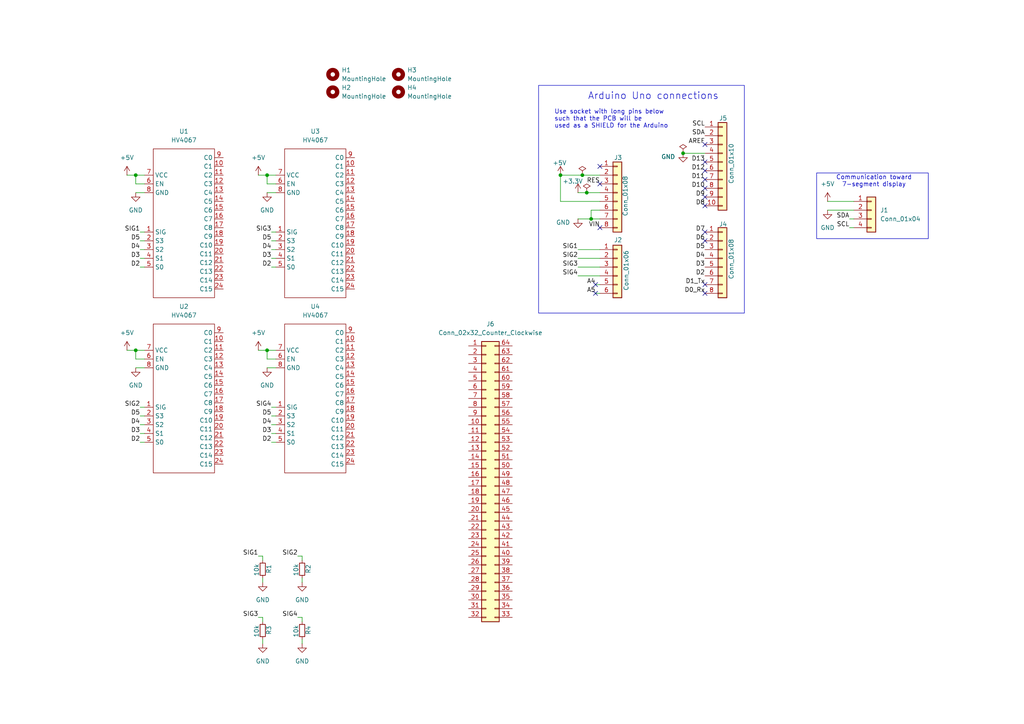
<source format=kicad_sch>
(kicad_sch (version 20231120) (generator "eeschema") (generator_version "8.0")
  (paper "A4")
  (lib_symbols
    (symbol "Chessboard_components:16-Channel_Multiplexer"
      (property "Reference" "U" (at 0 0.508 0))
      (property "Value" "HV4067" (at 0 -1.524 0))
      (symbol "16-Channel_Multiplexer_0_1"
        (rectangle (start -8.89 -2.54) (end 8.89 -45.72))
      )
      (symbol "16-Channel_Multiplexer_1_1"
        (pin input line (at -11.43 -26.67 0) (length 2.54) (name "SIG") (number "1"))
        (pin output line (at 11.43 -7.62 180) (length 2.54) (name "C1") (number "10"))
        (pin output line (at 11.43 -10.16 180) (length 2.54) (name "C2") (number "11"))
        (pin output line (at 11.43 -12.7 180) (length 2.54) (name "C3") (number "12"))
        (pin output line (at 11.43 -15.24 180) (length 2.54) (name "C4") (number "13"))
        (pin output line (at 11.43 -17.78 180) (length 2.54) (name "C5") (number "14"))
        (pin output line (at 11.43 -20.32 180) (length 2.54) (name "C6") (number "15"))
        (pin output line (at 11.43 -22.86 180) (length 2.54) (name "C7") (number "16"))
        (pin output line (at 11.43 -25.4 180) (length 2.54) (name "C8") (number "17"))
        (pin output line (at 11.43 -27.94 180) (length 2.54) (name "C9") (number "18"))
        (pin output line (at 11.43 -30.48 180) (length 2.54) (name "C10") (number "19"))
        (pin input line (at -11.43 -29.21 0) (length 2.54) (name "S3") (number "2"))
        (pin output line (at 11.43 -33.02 180) (length 2.54) (name "C11") (number "20"))
        (pin output line (at 11.43 -35.56 180) (length 2.54) (name "C12") (number "21"))
        (pin output line (at 11.43 -38.1 180) (length 2.54) (name "C13") (number "22"))
        (pin output line (at 11.43 -40.64 180) (length 2.54) (name "C14") (number "23"))
        (pin output line (at 11.43 -43.18 180) (length 2.54) (name "C15") (number "24"))
        (pin input line (at -11.43 -31.75 0) (length 2.54) (name "S2") (number "3"))
        (pin input line (at -11.43 -34.29 0) (length 2.54) (name "S1") (number "4"))
        (pin input line (at -11.43 -36.83 0) (length 2.54) (name "S0") (number "5"))
        (pin input line (at -11.43 -12.7 0) (length 2.54) (name "EN") (number "6"))
        (pin power_in line (at -11.43 -10.16 0) (length 2.54) (name "VCC") (number "7"))
        (pin power_in line (at -11.43 -15.24 0) (length 2.54) (name "GND") (number "8"))
        (pin output line (at 11.43 -5.08 180) (length 2.54) (name "C0") (number "9"))
      )
    )
    (symbol "Connector_Generic:Conn_01x04" (pin_names (offset 1.016) hide)
      (property "Reference" "J" (at 0 5.08 0))
      (property "Value" "Conn_01x04" (at 0 -7.62 0))
      (symbol "Conn_01x04_1_1"
        (rectangle (start -1.27 -4.953) (end 0 -5.207) (stroke (width 0.1524)))
        (rectangle (start -1.27 -2.413) (end 0 -2.667) (stroke (width 0.1524)))
        (rectangle (start -1.27 0.127) (end 0 -0.127) (stroke (width 0.1524)))
        (rectangle (start -1.27 2.667) (end 0 2.413) (stroke (width 0.1524)))
        (rectangle (start -1.27 3.81) (end 1.27 -6.35) (stroke (width 0.254)) (fill (type background)))
        (pin passive line (at -5.08 2.54 0) (length 3.81) (name "Pin_1") (number "1"))
        (pin passive line (at -5.08 0 0) (length 3.81) (name "Pin_2") (number "2"))
        (pin passive line (at -5.08 -2.54 0) (length 3.81) (name "Pin_3") (number "3"))
        (pin passive line (at -5.08 -5.08 0) (length 3.81) (name "Pin_4") (number "4"))
      )
    )
    (symbol "Connector_Generic:Conn_01x06" (pin_names (offset 1.016) hide)
      (property "Reference" "J" (at 0 7.62 0))
      (property "Value" "Conn_01x06" (at 0 -10.16 0))
      (symbol "Conn_01x06_1_1"
        (rectangle (start -1.27 -7.493) (end 0 -7.747) (stroke (width 0.1524)))
        (rectangle (start -1.27 -4.953) (end 0 -5.207) (stroke (width 0.1524)))
        (rectangle (start -1.27 -2.413) (end 0 -2.667) (stroke (width 0.1524)))
        (rectangle (start -1.27 0.127) (end 0 -0.127) (stroke (width 0.1524)))
        (rectangle (start -1.27 2.667) (end 0 2.413) (stroke (width 0.1524)))
        (rectangle (start -1.27 5.207) (end 0 4.953) (stroke (width 0.1524)))
        (rectangle (start -1.27 6.35) (end 1.27 -8.89) (stroke (width 0.254)) (fill (type background)))
        (pin passive line (at -5.08 5.08 0) (length 3.81) (name "Pin_1") (number "1"))
        (pin passive line (at -5.08 2.54 0) (length 3.81) (name "Pin_2") (number "2"))
        (pin passive line (at -5.08 0 0) (length 3.81) (name "Pin_3") (number "3"))
        (pin passive line (at -5.08 -2.54 0) (length 3.81) (name "Pin_4") (number "4"))
        (pin passive line (at -5.08 -5.08 0) (length 3.81) (name "Pin_5") (number "5"))
        (pin passive line (at -5.08 -7.62 0) (length 3.81) (name "Pin_6") (number "6"))
      )
    )
    (symbol "Connector_Generic:Conn_01x08" (pin_names (offset 1.016) hide)
      (property "Reference" "J" (at 0 10.16 0))
      (property "Value" "Conn_01x08" (at 0 -12.7 0))
      (symbol "Conn_01x08_1_1"
        (rectangle (start -1.27 -10.033) (end 0 -10.287) (stroke (width 0.1524)))
        (rectangle (start -1.27 -7.493) (end 0 -7.747) (stroke (width 0.1524)))
        (rectangle (start -1.27 -4.953) (end 0 -5.207) (stroke (width 0.1524)))
        (rectangle (start -1.27 -2.413) (end 0 -2.667) (stroke (width 0.1524)))
        (rectangle (start -1.27 0.127) (end 0 -0.127) (stroke (width 0.1524)))
        (rectangle (start -1.27 2.667) (end 0 2.413) (stroke (width 0.1524)))
        (rectangle (start -1.27 5.207) (end 0 4.953) (stroke (width 0.1524)))
        (rectangle (start -1.27 7.747) (end 0 7.493) (stroke (width 0.1524)))
        (rectangle (start -1.27 8.89) (end 1.27 -11.43) (stroke (width 0.254)) (fill (type background)))
        (pin passive line (at -5.08 7.62 0) (length 3.81) (name "Pin_1") (number "1"))
        (pin passive line (at -5.08 5.08 0) (length 3.81) (name "Pin_2") (number "2"))
        (pin passive line (at -5.08 2.54 0) (length 3.81) (name "Pin_3") (number "3"))
        (pin passive line (at -5.08 0 0) (length 3.81) (name "Pin_4") (number "4"))
        (pin passive line (at -5.08 -2.54 0) (length 3.81) (name "Pin_5") (number "5"))
        (pin passive line (at -5.08 -5.08 0) (length 3.81) (name "Pin_6") (number "6"))
        (pin passive line (at -5.08 -7.62 0) (length 3.81) (name "Pin_7") (number "7"))
        (pin passive line (at -5.08 -10.16 0) (length 3.81) (name "Pin_8") (number "8"))
      )
    )
    (symbol "Connector_Generic:Conn_01x10" (pin_names (offset 1.016) hide)
      (property "Reference" "J" (at 0 12.7 0))
      (property "Value" "Conn_01x10" (at 0 -15.24 0))
      (symbol "Conn_01x10_1_1"
        (rectangle (start -1.27 -12.573) (end 0 -12.827) (stroke (width 0.1524)))
        (rectangle (start -1.27 -10.033) (end 0 -10.287) (stroke (width 0.1524)))
        (rectangle (start -1.27 -7.493) (end 0 -7.747) (stroke (width 0.1524)))
        (rectangle (start -1.27 -4.953) (end 0 -5.207) (stroke (width 0.1524)))
        (rectangle (start -1.27 -2.413) (end 0 -2.667) (stroke (width 0.1524)))
        (rectangle (start -1.27 0.127) (end 0 -0.127) (stroke (width 0.1524)))
        (rectangle (start -1.27 2.667) (end 0 2.413) (stroke (width 0.1524)))
        (rectangle (start -1.27 5.207) (end 0 4.953) (stroke (width 0.1524)))
        (rectangle (start -1.27 7.747) (end 0 7.493) (stroke (width 0.1524)))
        (rectangle (start -1.27 10.287) (end 0 10.033) (stroke (width 0.1524)))
        (rectangle (start -1.27 11.43) (end 1.27 -13.97) (stroke (width 0.254)) (fill (type background)))
        (pin passive line (at -5.08 10.16 0) (length 3.81) (name "Pin_1") (number "1"))
        (pin passive line (at -5.08 -12.7 0) (length 3.81) (name "Pin_10") (number "10"))
        (pin passive line (at -5.08 7.62 0) (length 3.81) (name "Pin_2") (number "2"))
        (pin passive line (at -5.08 5.08 0) (length 3.81) (name "Pin_3") (number "3"))
        (pin passive line (at -5.08 2.54 0) (length 3.81) (name "Pin_4") (number "4"))
        (pin passive line (at -5.08 0 0) (length 3.81) (name "Pin_5") (number "5"))
        (pin passive line (at -5.08 -2.54 0) (length 3.81) (name "Pin_6") (number "6"))
        (pin passive line (at -5.08 -5.08 0) (length 3.81) (name "Pin_7") (number "7"))
        (pin passive line (at -5.08 -7.62 0) (length 3.81) (name "Pin_8") (number "8"))
        (pin passive line (at -5.08 -10.16 0) (length 3.81) (name "Pin_9") (number "9"))
      )
    )
    (symbol "Connector_Generic:Conn_02x32_Counter_Clockwise" (pin_names (offset 1.016) hide)
      (property "Reference" "J" (at 1.27 40.64 0))
      (property "Value" "Conn_02x32_Counter_Clockwise" (at 1.27 -43.18 0))
      (symbol "Conn_02x32_Counter_Clockwise_1_1"
        (rectangle (start -1.27 -40.513) (end 0 -40.767) (stroke (width 0.1524)))
        (rectangle (start -1.27 -37.973) (end 0 -38.227) (stroke (width 0.1524)))
        (rectangle (start -1.27 -35.433) (end 0 -35.687) (stroke (width 0.1524)))
        (rectangle (start -1.27 -32.893) (end 0 -33.147) (stroke (width 0.1524)))
        (rectangle (start -1.27 -30.353) (end 0 -30.607) (stroke (width 0.1524)))
        (rectangle (start -1.27 -27.813) (end 0 -28.067) (stroke (width 0.1524)))
        (rectangle (start -1.27 -25.273) (end 0 -25.527) (stroke (width 0.1524)))
        (rectangle (start -1.27 -22.733) (end 0 -22.987) (stroke (width 0.1524)))
        (rectangle (start -1.27 -20.193) (end 0 -20.447) (stroke (width 0.1524)))
        (rectangle (start -1.27 -17.653) (end 0 -17.907) (stroke (width 0.1524)))
        (rectangle (start -1.27 -15.113) (end 0 -15.367) (stroke (width 0.1524)))
        (rectangle (start -1.27 -12.573) (end 0 -12.827) (stroke (width 0.1524)))
        (rectangle (start -1.27 -10.033) (end 0 -10.287) (stroke (width 0.1524)))
        (rectangle (start -1.27 -7.493) (end 0 -7.747) (stroke (width 0.1524)))
        (rectangle (start -1.27 -4.953) (end 0 -5.207) (stroke (width 0.1524)))
        (rectangle (start -1.27 -2.413) (end 0 -2.667) (stroke (width 0.1524)))
        (rectangle (start -1.27 0.127) (end 0 -0.127) (stroke (width 0.1524)))
        (rectangle (start -1.27 2.667) (end 0 2.413) (stroke (width 0.1524)))
        (rectangle (start -1.27 5.207) (end 0 4.953) (stroke (width 0.1524)))
        (rectangle (start -1.27 7.747) (end 0 7.493) (stroke (width 0.1524)))
        (rectangle (start -1.27 10.287) (end 0 10.033) (stroke (width 0.1524)))
        (rectangle (start -1.27 12.827) (end 0 12.573) (stroke (width 0.1524)))
        (rectangle (start -1.27 15.367) (end 0 15.113) (stroke (width 0.1524)))
        (rectangle (start -1.27 17.907) (end 0 17.653) (stroke (width 0.1524)))
        (rectangle (start -1.27 20.447) (end 0 20.193) (stroke (width 0.1524)))
        (rectangle (start -1.27 22.987) (end 0 22.733) (stroke (width 0.1524)))
        (rectangle (start -1.27 25.527) (end 0 25.273) (stroke (width 0.1524)))
        (rectangle (start -1.27 28.067) (end 0 27.813) (stroke (width 0.1524)))
        (rectangle (start -1.27 30.607) (end 0 30.353) (stroke (width 0.1524)))
        (rectangle (start -1.27 33.147) (end 0 32.893) (stroke (width 0.1524)))
        (rectangle (start -1.27 35.687) (end 0 35.433) (stroke (width 0.1524)))
        (rectangle (start -1.27 38.227) (end 0 37.973) (stroke (width 0.1524)))
        (rectangle (start -1.27 39.37) (end 3.81 -41.91) (stroke (width 0.254)) (fill (type background)))
        (rectangle (start 3.81 -40.513) (end 2.54 -40.767) (stroke (width 0.1524)))
        (rectangle (start 3.81 -37.973) (end 2.54 -38.227) (stroke (width 0.1524)))
        (rectangle (start 3.81 -35.433) (end 2.54 -35.687) (stroke (width 0.1524)))
        (rectangle (start 3.81 -32.893) (end 2.54 -33.147) (stroke (width 0.1524)))
        (rectangle (start 3.81 -30.353) (end 2.54 -30.607) (stroke (width 0.1524)))
        (rectangle (start 3.81 -27.813) (end 2.54 -28.067) (stroke (width 0.1524)))
        (rectangle (start 3.81 -25.273) (end 2.54 -25.527) (stroke (width 0.1524)))
        (rectangle (start 3.81 -22.733) (end 2.54 -22.987) (stroke (width 0.1524)))
        (rectangle (start 3.81 -20.193) (end 2.54 -20.447) (stroke (width 0.1524)))
        (rectangle (start 3.81 -17.653) (end 2.54 -17.907) (stroke (width 0.1524)))
        (rectangle (start 3.81 -15.113) (end 2.54 -15.367) (stroke (width 0.1524)))
        (rectangle (start 3.81 -12.573) (end 2.54 -12.827) (stroke (width 0.1524)))
        (rectangle (start 3.81 -10.033) (end 2.54 -10.287) (stroke (width 0.1524)))
        (rectangle (start 3.81 -7.493) (end 2.54 -7.747) (stroke (width 0.1524)))
        (rectangle (start 3.81 -4.953) (end 2.54 -5.207) (stroke (width 0.1524)))
        (rectangle (start 3.81 -2.413) (end 2.54 -2.667) (stroke (width 0.1524)))
        (rectangle (start 3.81 0.127) (end 2.54 -0.127) (stroke (width 0.1524)))
        (rectangle (start 3.81 2.667) (end 2.54 2.413) (stroke (width 0.1524)))
        (rectangle (start 3.81 5.207) (end 2.54 4.953) (stroke (width 0.1524)))
        (rectangle (start 3.81 7.747) (end 2.54 7.493) (stroke (width 0.1524)))
        (rectangle (start 3.81 10.287) (end 2.54 10.033) (stroke (width 0.1524)))
        (rectangle (start 3.81 12.827) (end 2.54 12.573) (stroke (width 0.1524)))
        (rectangle (start 3.81 15.367) (end 2.54 15.113) (stroke (width 0.1524)))
        (rectangle (start 3.81 17.907) (end 2.54 17.653) (stroke (width 0.1524)))
        (rectangle (start 3.81 20.447) (end 2.54 20.193) (stroke (width 0.1524)))
        (rectangle (start 3.81 22.987) (end 2.54 22.733) (stroke (width 0.1524)))
        (rectangle (start 3.81 25.527) (end 2.54 25.273) (stroke (width 0.1524)))
        (rectangle (start 3.81 28.067) (end 2.54 27.813) (stroke (width 0.1524)))
        (rectangle (start 3.81 30.607) (end 2.54 30.353) (stroke (width 0.1524)))
        (rectangle (start 3.81 33.147) (end 2.54 32.893) (stroke (width 0.1524)))
        (rectangle (start 3.81 35.687) (end 2.54 35.433) (stroke (width 0.1524)))
        (rectangle (start 3.81 38.227) (end 2.54 37.973) (stroke (width 0.1524)))
        (pin passive line (at -5.08 38.1 0) (length 3.81) (name "Pin_1") (number "1"))
        (pin passive line (at -5.08 15.24 0) (length 3.81) (name "Pin_10") (number "10"))
        (pin passive line (at -5.08 12.7 0) (length 3.81) (name "Pin_11") (number "11"))
        (pin passive line (at -5.08 10.16 0) (length 3.81) (name "Pin_12") (number "12"))
        (pin passive line (at -5.08 7.62 0) (length 3.81) (name "Pin_13") (number "13"))
        (pin passive line (at -5.08 5.08 0) (length 3.81) (name "Pin_14") (number "14"))
        (pin passive line (at -5.08 2.54 0) (length 3.81) (name "Pin_15") (number "15"))
        (pin passive line (at -5.08 0 0) (length 3.81) (name "Pin_16") (number "16"))
        (pin passive line (at -5.08 -2.54 0) (length 3.81) (name "Pin_17") (number "17"))
        (pin passive line (at -5.08 -5.08 0) (length 3.81) (name "Pin_18") (number "18"))
        (pin passive line (at -5.08 -7.62 0) (length 3.81) (name "Pin_19") (number "19"))
        (pin passive line (at -5.08 35.56 0) (length 3.81) (name "Pin_2") (number "2"))
        (pin passive line (at -5.08 -10.16 0) (length 3.81) (name "Pin_20") (number "20"))
        (pin passive line (at -5.08 -12.7 0) (length 3.81) (name "Pin_21") (number "21"))
        (pin passive line (at -5.08 -15.24 0) (length 3.81) (name "Pin_22") (number "22"))
        (pin passive line (at -5.08 -17.78 0) (length 3.81) (name "Pin_23") (number "23"))
        (pin passive line (at -5.08 -20.32 0) (length 3.81) (name "Pin_24") (number "24"))
        (pin passive line (at -5.08 -22.86 0) (length 3.81) (name "Pin_25") (number "25"))
        (pin passive line (at -5.08 -25.4 0) (length 3.81) (name "Pin_26") (number "26"))
        (pin passive line (at -5.08 -27.94 0) (length 3.81) (name "Pin_27") (number "27"))
        (pin passive line (at -5.08 -30.48 0) (length 3.81) (name "Pin_28") (number "28"))
        (pin passive line (at -5.08 -33.02 0) (length 3.81) (name "Pin_29") (number "29"))
        (pin passive line (at -5.08 33.02 0) (length 3.81) (name "Pin_3") (number "3"))
        (pin passive line (at -5.08 -35.56 0) (length 3.81) (name "Pin_30") (number "30"))
        (pin passive line (at -5.08 -38.1 0) (length 3.81) (name "Pin_31") (number "31"))
        (pin passive line (at -5.08 -40.64 0) (length 3.81) (name "Pin_32") (number "32"))
        (pin passive line (at 7.62 -40.64 180) (length 3.81) (name "Pin_33") (number "33"))
        (pin passive line (at 7.62 -38.1 180) (length 3.81) (name "Pin_34") (number "34"))
        (pin passive line (at 7.62 -35.56 180) (length 3.81) (name "Pin_35") (number "35"))
        (pin passive line (at 7.62 -33.02 180) (length 3.81) (name "Pin_36") (number "36"))
        (pin passive line (at 7.62 -30.48 180) (length 3.81) (name "Pin_37") (number "37"))
        (pin passive line (at 7.62 -27.94 180) (length 3.81) (name "Pin_38") (number "38"))
        (pin passive line (at 7.62 -25.4 180) (length 3.81) (name "Pin_39") (number "39"))
        (pin passive line (at -5.08 30.48 0) (length 3.81) (name "Pin_4") (number "4"))
        (pin passive line (at 7.62 -22.86 180) (length 3.81) (name "Pin_40") (number "40"))
        (pin passive line (at 7.62 -20.32 180) (length 3.81) (name "Pin_41") (number "41"))
        (pin passive line (at 7.62 -17.78 180) (length 3.81) (name "Pin_42") (number "42"))
        (pin passive line (at 7.62 -15.24 180) (length 3.81) (name "Pin_43") (number "43"))
        (pin passive line (at 7.62 -12.7 180) (length 3.81) (name "Pin_44") (number "44"))
        (pin passive line (at 7.62 -10.16 180) (length 3.81) (name "Pin_45") (number "45"))
        (pin passive line (at 7.62 -7.62 180) (length 3.81) (name "Pin_46") (number "46"))
        (pin passive line (at 7.62 -5.08 180) (length 3.81) (name "Pin_47") (number "47"))
        (pin passive line (at 7.62 -2.54 180) (length 3.81) (name "Pin_48") (number "48"))
        (pin passive line (at 7.62 0 180) (length 3.81) (name "Pin_49") (number "49"))
        (pin passive line (at -5.08 27.94 0) (length 3.81) (name "Pin_5") (number "5"))
        (pin passive line (at 7.62 2.54 180) (length 3.81) (name "Pin_50") (number "50"))
        (pin passive line (at 7.62 5.08 180) (length 3.81) (name "Pin_51") (number "51"))
        (pin passive line (at 7.62 7.62 180) (length 3.81) (name "Pin_52") (number "52"))
        (pin passive line (at 7.62 10.16 180) (length 3.81) (name "Pin_53") (number "53"))
        (pin passive line (at 7.62 12.7 180) (length 3.81) (name "Pin_54") (number "54"))
        (pin passive line (at 7.62 15.24 180) (length 3.81) (name "Pin_55") (number "55"))
        (pin passive line (at 7.62 17.78 180) (length 3.81) (name "Pin_56") (number "56"))
        (pin passive line (at 7.62 20.32 180) (length 3.81) (name "Pin_57") (number "57"))
        (pin passive line (at 7.62 22.86 180) (length 3.81) (name "Pin_58") (number "58"))
        (pin passive line (at 7.62 25.4 180) (length 3.81) (name "Pin_59") (number "59"))
        (pin passive line (at -5.08 25.4 0) (length 3.81) (name "Pin_6") (number "6"))
        (pin passive line (at 7.62 27.94 180) (length 3.81) (name "Pin_60") (number "60"))
        (pin passive line (at 7.62 30.48 180) (length 3.81) (name "Pin_61") (number "61"))
        (pin passive line (at 7.62 33.02 180) (length 3.81) (name "Pin_62") (number "62"))
        (pin passive line (at 7.62 35.56 180) (length 3.81) (name "Pin_63") (number "63"))
        (pin passive line (at 7.62 38.1 180) (length 3.81) (name "Pin_64") (number "64"))
        (pin passive line (at -5.08 22.86 0) (length 3.81) (name "Pin_7") (number "7"))
        (pin passive line (at -5.08 20.32 0) (length 3.81) (name "Pin_8") (number "8"))
        (pin passive line (at -5.08 17.78 0) (length 3.81) (name "Pin_9") (number "9"))
      )
    )
    (symbol "Device:R_Small" (pin_numbers hide) (pin_names (offset 0.254) hide)
      (property "Reference" "R" (at 0.762 0.508 0))
      (property "Value" "R_Small" (at 0.762 -1.016 0))
      (symbol "R_Small_0_1"
        (rectangle (start -0.762 1.778) (end 0.762 -1.778) (stroke (width 0.2032)))
      )
      (symbol "R_Small_1_1"
        (pin passive line (at 0 2.54 270) (length 0.762) (name "~") (number "1"))
        (pin passive line (at 0 -2.54 90) (length 0.762) (name "~") (number "2"))
      )
    )
    (symbol "Mechanical:MountingHole" (pin_names (offset 1.016))
      (property "Reference" "H" (at 0 5.08 0))
      (property "Value" "MountingHole" (at 0 3.175 0))
      (symbol "MountingHole_0_1"
        (circle (center 0 0) (radius 1.27) (stroke (width 1.27)))
      )
    )
    (symbol "power:+3.3V" (power) (pin_numbers hide) (pin_names (offset 0) hide)
      (property "Value" "+3.3V" (at 0 3.556 0))
      (symbol "+3.3V_0_1"
        (polyline (pts (xy -0.762 1.27) (xy 0 2.54)))
        (polyline (pts (xy 0 0) (xy 0 2.54)))
        (polyline (pts (xy 0 2.54) (xy 0.762 1.27)))
      )
      (symbol "+3.3V_1_1"
        (pin power_in line (at 0 0 90) (length 0) (name "~") (number "1"))
      )
    )
    (symbol "power:+5V" (power) (pin_numbers hide) (pin_names (offset 0) hide)
      (property "Value" "+5V" (at 0 3.556 0))
      (symbol "+5V_0_1"
        (polyline (pts (xy -0.762 1.27) (xy 0 2.54)))
        (polyline (pts (xy 0 0) (xy 0 2.54)))
        (polyline (pts (xy 0 2.54) (xy 0.762 1.27)))
      )
      (symbol "+5V_1_1"
        (pin power_in line (at 0 0 90) (length 0) (name "~") (number "1"))
      )
    )
    (symbol "power:GND" (power) (pin_numbers hide) (pin_names (offset 0) hide)
      (property "Value" "GND" (at 0 -3.81 0))
      (symbol "GND_0_1"
        (polyline (pts (xy 0 0) (xy 0 -1.27) (xy 1.27 -1.27) (xy 0 -2.54) (xy -1.27 -1.27) (xy 0 -1.27)))
      )
      (symbol "GND_1_1"
        (pin power_in line (at 0 0 270) (length 0) (name "~") (number "1"))
      )
    )
    (symbol "power:PWR_FLAG" (power) (pin_numbers hide) (pin_names (offset 0) hide)
      (property "Value" "PWR_FLAG" (at 0 3.81 0))
      (symbol "PWR_FLAG_0_0"
        (pin power_out line (at 0 0 90) (length 0) (name "~") (number "1"))
      )
      (symbol "PWR_FLAG_0_1"
        (polyline (pts (xy 0 0) (xy 0 1.27) (xy -1.016 1.905) (xy 0 2.54) (xy 1.016 1.905) (xy 0 1.27)))
      )
    )
  )
  (junction (at 168.91 50.8))
  (junction (at 170.18 55.88))
  (junction (at 77.47 101.6))
  (junction (at 77.47 50.8))
  (junction (at 171.45 63.5))
  (junction (at 198.12 44.45))
  (junction (at 39.37 101.6))
  (junction (at 162.56 50.8))
  (junction (at 39.37 50.8))
  (no_connect (at 172.72 82.55))
  (no_connect (at 204.47 85.09))
  (no_connect (at 172.72 85.09))
  (no_connect (at 204.47 49.53))
  (no_connect (at 204.47 52.07))
  (no_connect (at 173.99 53.34))
  (no_connect (at 204.47 54.61))
  (no_connect (at 173.99 48.26))
  (no_connect (at 173.99 66.04))
  (no_connect (at 204.47 69.85))
  (no_connect (at 204.47 59.69))
  (no_connect (at 204.47 41.91))
  (no_connect (at 204.47 67.31))
  (no_connect (at 204.47 57.15))
  (no_connect (at 204.47 82.55))
  (no_connect (at 204.47 46.99))
  (wire (pts (xy 39.37 101.6) (xy 41.91 101.6)))
  (wire (pts (xy 39.37 104.14) (xy 39.37 101.6)))
  (wire (pts (xy 77.47 53.34) (xy 77.47 50.8)))
  (wire (pts (xy 41.91 53.34) (xy 39.37 53.34)))
  (wire (pts (xy 170.18 55.88) (xy 173.99 55.88)))
  (wire (pts (xy 78.74 69.85) (xy 80.01 69.85)))
  (wire (pts (xy 173.99 58.42) (xy 162.56 58.42)))
  (wire (pts (xy 246.38 63.5) (xy 247.65 63.5)))
  (wire (pts (xy 77.47 101.6) (xy 80.01 101.6)))
  (wire (pts (xy 40.64 67.31) (xy 41.91 67.31)))
  (wire (pts (xy 76.2 186.69) (xy 76.2 185.42)))
  (wire (pts (xy 171.45 63.5) (xy 173.99 63.5)))
  (wire (pts (xy 41.91 104.14) (xy 39.37 104.14)))
  (wire (pts (xy 78.74 67.31) (xy 80.01 67.31)))
  (wire (pts (xy 36.83 101.6) (xy 39.37 101.6)))
  (wire (pts (xy 77.47 55.88) (xy 80.01 55.88)))
  (wire (pts (xy 168.91 50.8) (xy 173.99 50.8)))
  (wire (pts (xy 77.47 50.8) (xy 80.01 50.8)))
  (wire (pts (xy 172.72 85.09) (xy 173.99 85.09)))
  (wire (pts (xy 198.12 44.45) (xy 204.47 44.45)))
  (wire (pts (xy 240.03 60.96) (xy 247.65 60.96)))
  (wire (pts (xy 87.63 179.07) (xy 87.63 180.34)))
  (wire (pts (xy 87.63 161.29) (xy 87.63 162.56)))
  (wire (pts (xy 39.37 55.88) (xy 41.91 55.88)))
  (wire (pts (xy 86.36 179.07) (xy 87.63 179.07)))
  (wire (pts (xy 40.64 123.19) (xy 41.91 123.19)))
  (wire (pts (xy 40.64 77.47) (xy 41.91 77.47)))
  (wire (pts (xy 77.47 104.14) (xy 77.47 101.6)))
  (wire (pts (xy 40.64 120.65) (xy 41.91 120.65)))
  (wire (pts (xy 76.2 179.07) (xy 76.2 180.34)))
  (wire (pts (xy 76.2 168.91) (xy 76.2 167.64)))
  (wire (pts (xy 167.64 77.47) (xy 173.99 77.47)))
  (wire (pts (xy 74.93 161.29) (xy 76.2 161.29)))
  (wire (pts (xy 40.64 125.73) (xy 41.91 125.73)))
  (wire (pts (xy 40.64 118.11) (xy 41.91 118.11)))
  (wire (pts (xy 78.74 120.65) (xy 80.01 120.65)))
  (wire (pts (xy 171.45 60.96) (xy 171.45 63.5)))
  (wire (pts (xy 40.64 72.39) (xy 41.91 72.39)))
  (wire (pts (xy 78.74 128.27) (xy 80.01 128.27)))
  (wire (pts (xy 74.93 179.07) (xy 76.2 179.07)))
  (wire (pts (xy 39.37 50.8) (xy 41.91 50.8)))
  (wire (pts (xy 167.64 55.88) (xy 170.18 55.88)))
  (wire (pts (xy 87.63 168.91) (xy 87.63 167.64)))
  (wire (pts (xy 40.64 74.93) (xy 41.91 74.93)))
  (wire (pts (xy 167.64 80.01) (xy 173.99 80.01)))
  (wire (pts (xy 80.01 104.14) (xy 77.47 104.14)))
  (wire (pts (xy 167.64 74.93) (xy 173.99 74.93)))
  (wire (pts (xy 40.64 128.27) (xy 41.91 128.27)))
  (wire (pts (xy 76.2 161.29) (xy 76.2 162.56)))
  (wire (pts (xy 86.36 161.29) (xy 87.63 161.29)))
  (wire (pts (xy 39.37 53.34) (xy 39.37 50.8)))
  (wire (pts (xy 162.56 58.42) (xy 162.56 50.8)))
  (wire (pts (xy 78.74 74.93) (xy 80.01 74.93)))
  (wire (pts (xy 78.74 118.11) (xy 80.01 118.11)))
  (wire (pts (xy 87.63 186.69) (xy 87.63 185.42)))
  (wire (pts (xy 36.83 50.8) (xy 39.37 50.8)))
  (wire (pts (xy 39.37 106.68) (xy 41.91 106.68)))
  (wire (pts (xy 78.74 123.19) (xy 80.01 123.19)))
  (wire (pts (xy 246.38 66.04) (xy 247.65 66.04)))
  (wire (pts (xy 80.01 53.34) (xy 77.47 53.34)))
  (wire (pts (xy 40.64 69.85) (xy 41.91 69.85)))
  (wire (pts (xy 77.47 106.68) (xy 80.01 106.68)))
  (wire (pts (xy 74.93 101.6) (xy 77.47 101.6)))
  (wire (pts (xy 78.74 72.39) (xy 80.01 72.39)))
  (wire (pts (xy 240.03 58.42) (xy 247.65 58.42)))
  (wire (pts (xy 78.74 77.47) (xy 80.01 77.47)))
  (wire (pts (xy 162.56 50.8) (xy 168.91 50.8)))
  (wire (pts (xy 74.93 50.8) (xy 77.47 50.8)))
  (wire (pts (xy 167.64 72.39) (xy 173.99 72.39)))
  (wire (pts (xy 167.64 63.5) (xy 171.45 63.5)))
  (wire (pts (xy 172.72 82.55) (xy 173.99 82.55)))
  (wire (pts (xy 173.99 60.96) (xy 171.45 60.96)))
  (wire (pts (xy 78.74 125.73) (xy 80.01 125.73)))
  (rectangle (start 156.21 24.765) (end 215.9 90.805))
  (rectangle (start 236.855 50.165) (end 269.24 69.215))
  (text "Use socket with long pins below\nsuch that the PCB will be \nused as a SHIELD for the Arduino" (at 160.782 34.544 0) (effects (font (size 1.27 1.27)) (justify left)))
  (text "Communication toward\n7-segment display" (at 253.492 52.578 0) (effects (font (size 1.27 1.27))))
  (text "Arduino Uno connections" (at 189.484 27.94 0) (effects (font (size 2 2))))
  (label "SCL" (at 204.47 36.83 180))
  (label "SIG3" (at 74.93 179.07 180))
  (label "SIG4" (at 78.74 118.11 180))
  (label "D3" (at 40.64 125.73 180))
  (label "SIG1" (at 74.93 161.29 180))
  (label "SIG2" (at 40.64 118.11 180))
  (label "D5" (at 78.74 120.65 180))
  (label "SIG2" (at 86.36 161.29 180))
  (label "D3" (at 40.64 74.93 180))
  (label "D12" (at 204.47 49.53 180))
  (label "SIG4" (at 167.64 80.01 180))
  (label "D5" (at 204.47 72.39 180))
  (label "D3" (at 78.74 74.93 180))
  (label "SIG2" (at 167.64 74.93 180))
  (label "D3" (at 78.74 125.73 180))
  (label "SDA" (at 204.47 39.37 180))
  (label "D2" (at 78.74 128.27 180))
  (label "D8" (at 204.47 59.69 180))
  (label "A4" (at 172.72 82.55 180))
  (label "D9" (at 204.47 57.15 180))
  (label "D0_Rx" (at 204.47 85.09 180))
  (label "D5" (at 40.64 69.85 180))
  (label "D4" (at 78.74 123.19 180))
  (label "SIG3" (at 167.64 77.47 180))
  (label "D2" (at 40.64 128.27 180))
  (label "D5" (at 40.64 120.65 180))
  (label "D10" (at 204.47 54.61 180))
  (label "SDA" (at 246.38 63.5 180))
  (label "RES" (at 173.99 53.34 180))
  (label "D7" (at 204.47 67.31 180))
  (label "D11" (at 204.47 52.07 180))
  (label "SIG3" (at 78.74 67.31 180))
  (label "SCL" (at 246.38 66.04 180))
  (label "D2" (at 204.47 80.01 180))
  (label "D4" (at 204.47 74.93 180))
  (label "D4" (at 78.74 72.39 180))
  (label "D4" (at 40.64 123.19 180))
  (label "VIN" (at 173.99 66.04 180))
  (label "D3" (at 204.47 77.47 180))
  (label "D5" (at 78.74 69.85 180))
  (label "D6" (at 204.47 69.85 180))
  (label "D4" (at 40.64 72.39 180))
  (label "SIG1" (at 167.64 72.39 180))
  (label "AREF" (at 204.47 41.91 180))
  (label "D2" (at 40.64 77.47 180))
  (label "D1_Tx" (at 204.47 82.55 180))
  (label "D13" (at 204.47 46.99 180))
  (label "SIG4" (at 86.36 179.07 180))
  (label "A5" (at 172.72 85.09 180))
  (label "SIG1" (at 40.64 67.31 180))
  (label "D2" (at 78.74 77.47 180))
  (symbol (lib_id "power:GND") (at 77.47 106.68 0) (unit 1)
    (property "Reference" "#PWR010" (effects (hide yes)))
    (property "Value" "GND" (at 77.47 111.76 0))
    (property "Description" "Power symbol creates a global label with name \"GND\" , ground" (effects (hide yes)))
  )
  (symbol (lib_id "Connector_Generic:Conn_01x10") (at 209.55 46.99 0) (unit 1)
    (property "Reference" "J5" (at 208.534 34.29 0) (effects (justify left)))
    (property "Value" "Conn_01x10" (at 212.09 53.34 90) (effects (justify left)))
    (property "Footprint" "Connector_PinSocket_2.54mm:PinSocket_1x10_P2.54mm_Vertical" (effects (hide yes)))
    (property "Description" "Generic connector, single row, 01x10, script generated (kicad-library-utils/schlib/autogen/connector/)" (effects (hide yes)))
  )
  (symbol (lib_id "power:+5V") (at 74.93 101.6 0) (unit 1)
    (property "Reference" "#PWR05" (effects (hide yes)))
    (property "Value" "+5V" (at 74.93 96.52 0))
    (property "Description" "Power symbol creates a global label with name \"+5V\"" (effects (hide yes)))
  )
  (symbol (lib_id "Chessboard_components:16-Channel_Multiplexer") (at 91.44 40.64 0) (unit 1)
    (property "Reference" "U3" (at 91.44 38.1 0))
    (property "Value" "HV4067" (at 91.44 40.64 0))
    (property "Footprint" "Chessboard_components:HV5067 Board THT" (effects (hide yes)))
  )
  (symbol (lib_id "Connector_Generic:Conn_01x04") (at 252.73 60.96 0) (unit 1)
    (property "Reference" "J1" (at 255.27 60.9599 0) (effects (justify left)))
    (property "Value" "Conn_01x04" (at 255.27 63.4999 0) (effects (justify left)))
    (property "Footprint" "Connector_PinSocket_2.54mm:PinSocket_1x04_P2.54mm_Vertical" (effects (hide yes)))
    (property "Description" "Generic connector, single row, 01x04, script generated (kicad-library-utils/schlib/autogen/connector/)" (effects (hide yes)))
  )
  (symbol (lib_id "Connector_Generic:Conn_02x32_Counter_Clockwise") (at 140.97 138.43 0) (unit 1)
    (property "Reference" "J6" (at 142.24 93.98 0))
    (property "Value" "Conn_02x32_Counter_Clockwise" (at 142.24 96.52 0))
    (property "Description" "Generic connector, double row, 02x32, counter clockwise pin numbering scheme (similar to DIP package numbering), script generated (kicad-library-utils/schlib/autogen/connector/)" (effects (hide yes)))
  )
  (symbol (lib_id "Device:R_Small") (at 76.2 182.88 0) (unit 1)
    (property "Reference" "R3" (at 77.978 184.15 90) (effects (justify left)))
    (property "Value" "10k" (at 74.422 184.912 90) (effects (justify left)))
    (property "Description" "Resistor, small symbol" (effects (hide yes)))
  )
  (symbol (lib_id "power:+5V") (at 74.93 50.8 0) (unit 1)
    (property "Reference" "#PWR04" (effects (hide yes)))
    (property "Value" "+5V" (at 74.93 45.72 0))
    (property "Description" "Power symbol creates a global label with name \"+5V\"" (effects (hide yes)))
  )
  (symbol (lib_id "Mechanical:MountingHole") (at 96.52 21.59 0) (unit 1)
    (property "Reference" "H1" (at 99.06 20.3199 0) (effects (justify left)))
    (property "Value" "MountingHole" (at 99.06 22.8599 0) (effects (justify left)))
    (property "Footprint" "MountingHole:MountingHole_3.2mm_M3" (effects (hide yes)))
    (property "Description" "Mounting Hole without connection" (effects (hide yes)))
  )
  (symbol (lib_id "Connector_Generic:Conn_01x08") (at 209.55 74.93 0) (unit 1)
    (property "Reference" "J4" (at 208.534 65.024 0) (effects (justify left)))
    (property "Value" "Conn_01x08" (at 212.09 81.026 90) (effects (justify left)))
    (property "Footprint" "Connector_PinSocket_2.54mm:PinSocket_1x08_P2.54mm_Vertical" (effects (hide yes)))
    (property "Description" "Generic connector, single row, 01x08, script generated (kicad-library-utils/schlib/autogen/connector/)" (effects (hide yes)))
  )
  (symbol (lib_id "power:PWR_FLAG") (at 170.18 55.88 0) (unit 1)
    (property "Reference" "#FLG02" (effects (hide yes)))
    (property "Value" "PWR_FLAG" (effects (hide yes)))
    (property "Description" "Special symbol for telling ERC where power comes from" (effects (hide yes)))
  )
  (symbol (lib_id "power:GND") (at 87.63 186.69 0) (unit 1)
    (property "Reference" "#PWR014" (effects (hide yes)))
    (property "Value" "GND" (at 87.63 191.77 0))
    (property "Description" "Power symbol creates a global label with name \"GND\" , ground" (effects (hide yes)))
  )
  (symbol (lib_id "Mechanical:MountingHole") (at 115.57 26.67 0) (unit 1)
    (property "Reference" "H4" (at 118.11 25.3999 0) (effects (justify left)))
    (property "Value" "MountingHole" (at 118.11 27.9399 0) (effects (justify left)))
    (property "Footprint" "MountingHole:MountingHole_3.2mm_M3" (effects (hide yes)))
    (property "Description" "Mounting Hole without connection" (effects (hide yes)))
  )
  (symbol (lib_id "power:PWR_FLAG") (at 198.12 44.45 0) (unit 1)
    (property "Reference" "#FLG03" (effects (hide yes)))
    (property "Value" "PWR_FLAG" (effects (hide yes)))
    (property "Description" "Special symbol for telling ERC where power comes from" (effects (hide yes)))
  )
  (symbol (lib_id "power:GND") (at 39.37 106.68 0) (unit 1)
    (property "Reference" "#PWR09" (effects (hide yes)))
    (property "Value" "GND" (at 39.37 111.76 0))
    (property "Description" "Power symbol creates a global label with name \"GND\" , ground" (effects (hide yes)))
  )
  (symbol (lib_id "Chessboard_components:16-Channel_Multiplexer") (at 53.34 91.44 0) (unit 1)
    (property "Reference" "U2" (at 53.34 88.9 0))
    (property "Value" "HV4067" (at 53.34 91.44 0))
    (property "Footprint" "Chessboard_components:HV5067 Board THT" (effects (hide yes)))
  )
  (symbol (lib_id "power:+5V") (at 240.03 58.42 0) (unit 1)
    (property "Reference" "#PWR017" (effects (hide yes)))
    (property "Value" "+5V" (at 240.03 53.34 0))
    (property "Description" "Power symbol creates a global label with name \"+5V\"" (effects (hide yes)))
  )
  (symbol (lib_id "power:+5V") (at 36.83 101.6 0) (unit 1)
    (property "Reference" "#PWR06" (effects (hide yes)))
    (property "Value" "+5V" (at 36.83 96.52 0))
    (property "Description" "Power symbol creates a global label with name \"+5V\"" (effects (hide yes)))
  )
  (symbol (lib_id "power:GND") (at 240.03 60.96 0) (mirror y) (unit 1)
    (property "Reference" "#PWR016" (effects (hide yes)))
    (property "Value" "GND" (at 240.03 66.04 0))
    (property "Description" "Power symbol creates a global label with name \"GND\" , ground" (effects (hide yes)))
  )
  (symbol (lib_id "power:+5V") (at 162.56 50.8 0) (unit 1)
    (property "Reference" "#PWR01" (effects (hide yes)))
    (property "Value" "+5V" (at 162.306 47.244 0))
    (property "Description" "Power symbol creates a global label with name \"+5V\"" (effects (hide yes)))
  )
  (symbol (lib_id "power:GND") (at 76.2 168.91 0) (unit 1)
    (property "Reference" "#PWR011" (effects (hide yes)))
    (property "Value" "GND" (at 76.2 173.99 0))
    (property "Description" "Power symbol creates a global label with name \"GND\" , ground" (effects (hide yes)))
  )
  (symbol (lib_id "Mechanical:MountingHole") (at 96.52 26.67 0) (unit 1)
    (property "Reference" "H2" (at 99.06 25.3999 0) (effects (justify left)))
    (property "Value" "MountingHole" (at 99.06 27.9399 0) (effects (justify left)))
    (property "Footprint" "MountingHole:MountingHole_3.2mm_M3" (effects (hide yes)))
    (property "Description" "Mounting Hole without connection" (effects (hide yes)))
  )
  (symbol (lib_id "power:+5V") (at 36.83 50.8 0) (unit 1)
    (property "Reference" "#PWR03" (effects (hide yes)))
    (property "Value" "+5V" (at 36.83 45.72 0))
    (property "Description" "Power symbol creates a global label with name \"+5V\"" (effects (hide yes)))
  )
  (symbol (lib_id "power:PWR_FLAG") (at 168.91 50.8 0) (unit 1)
    (property "Reference" "#FLG01" (effects (hide yes)))
    (property "Value" "PWR_FLAG" (effects (hide yes)))
    (property "Description" "Special symbol for telling ERC where power comes from" (effects (hide yes)))
  )
  (symbol (lib_id "Mechanical:MountingHole") (at 115.57 21.59 0) (unit 1)
    (property "Reference" "H3" (at 118.11 20.3199 0) (effects (justify left)))
    (property "Value" "MountingHole" (at 118.11 22.8599 0) (effects (justify left)))
    (property "Footprint" "MountingHole:MountingHole_3.2mm_M3" (effects (hide yes)))
    (property "Description" "Mounting Hole without connection" (effects (hide yes)))
  )
  (symbol (lib_id "power:+3.3V") (at 167.64 55.88 0) (unit 1)
    (property "Reference" "#PWR02" (effects (hide yes)))
    (property "Value" "+3.3V" (at 166.116 52.578 0))
    (property "Description" "Power symbol creates a global label with name \"+3.3V\"" (effects (hide yes)))
  )
  (symbol (lib_id "Connector_Generic:Conn_01x06") (at 179.07 77.47 0) (unit 1)
    (property "Reference" "J2" (at 178.054 69.596 0) (effects (justify left)))
    (property "Value" "Conn_01x06" (at 181.61 84.328 90) (effects (justify left)))
    (property "Footprint" "Connector_PinSocket_2.54mm:PinSocket_1x06_P2.54mm_Vertical" (effects (hide yes)))
    (property "Description" "Generic connector, single row, 01x06, script generated (kicad-library-utils/schlib/autogen/connector/)" (effects (hide yes)))
  )
  (symbol (lib_id "Device:R_Small") (at 87.63 165.1 0) (unit 1)
    (property "Reference" "R2" (at 89.408 166.37 90) (effects (justify left)))
    (property "Value" "10k" (at 85.852 167.132 90) (effects (justify left)))
    (property "Description" "Resistor, small symbol" (effects (hide yes)))
  )
  (symbol (lib_id "power:GND") (at 77.47 55.88 0) (mirror y) (unit 1)
    (property "Reference" "#PWR08" (effects (hide yes)))
    (property "Value" "GND" (at 77.47 60.96 0))
    (property "Description" "Power symbol creates a global label with name \"GND\" , ground" (effects (hide yes)))
  )
  (symbol (lib_id "power:GND") (at 167.64 63.5 0) (mirror y) (unit 1)
    (property "Reference" "#PWR015" (effects (hide yes)))
    (property "Value" "GND" (at 163.322 64.516 0))
    (property "Description" "Power symbol creates a global label with name \"GND\" , ground" (effects (hide yes)))
  )
  (symbol (lib_id "Chessboard_components:16-Channel_Multiplexer") (at 91.44 91.44 0) (unit 1)
    (property "Reference" "U4" (at 91.44 88.9 0))
    (property "Value" "HV4067" (at 91.44 91.44 0))
    (property "Footprint" "Chessboard_components:HV5067 Board THT" (effects (hide yes)))
  )
  (symbol (lib_id "power:GND") (at 87.63 168.91 0) (unit 1)
    (property "Reference" "#PWR012" (effects (hide yes)))
    (property "Value" "GND" (at 87.63 173.99 0))
    (property "Description" "Power symbol creates a global label with name \"GND\" , ground" (effects (hide yes)))
  )
  (symbol (lib_id "power:GND") (at 198.12 44.45 0) (mirror y) (unit 1)
    (property "Reference" "#PWR018" (effects (hide yes)))
    (property "Value" "GND" (at 193.802 45.466 0))
    (property "Description" "Power symbol creates a global label with name \"GND\" , ground" (effects (hide yes)))
  )
  (symbol (lib_id "power:GND") (at 39.37 55.88 0) (unit 1)
    (property "Reference" "#PWR07" (effects (hide yes)))
    (property "Value" "GND" (at 39.37 60.96 0))
    (property "Description" "Power symbol creates a global label with name \"GND\" , ground" (effects (hide yes)))
  )
  (symbol (lib_id "Device:R_Small") (at 87.63 182.88 0) (unit 1)
    (property "Reference" "R4" (at 89.408 184.15 90) (effects (justify left)))
    (property "Value" "10k" (at 85.852 184.912 90) (effects (justify left)))
    (property "Description" "Resistor, small symbol" (effects (hide yes)))
  )
  (symbol (lib_id "Connector_Generic:Conn_01x08") (at 179.07 55.88 0) (unit 1)
    (property "Reference" "J3" (at 178.054 45.72 0) (effects (justify left)))
    (property "Value" "Conn_01x08" (at 181.356 62.738 90) (effects (justify left)))
    (property "Footprint" "Connector_PinSocket_2.54mm:PinSocket_1x08_P2.54mm_Vertical" (effects (hide yes)))
    (property "Description" "Generic connector, single row, 01x08, script generated (kicad-library-utils/schlib/autogen/connector/)" (effects (hide yes)))
  )
  (symbol (lib_id "Chessboard_components:16-Channel_Multiplexer") (at 53.34 40.64 0) (unit 1)
    (property "Reference" "U1" (at 53.34 38.1 0))
    (property "Value" "HV4067" (at 53.34 40.64 0))
    (property "Footprint" "Chessboard_components:HV5067 Board THT" (effects (hide yes)))
  )
  (symbol (lib_id "Device:R_Small") (at 76.2 165.1 0) (unit 1)
    (property "Reference" "R1" (at 77.978 166.37 90) (effects (justify left)))
    (property "Value" "10k" (at 74.422 167.132 90) (effects (justify left)))
    (property "Description" "Resistor, small symbol" (effects (hide yes)))
  )
  (symbol (lib_id "power:GND") (at 76.2 186.69 0) (unit 1)
    (property "Reference" "#PWR013" (effects (hide yes)))
    (property "Value" "GND" (at 76.2 191.77 0))
    (property "Description" "Power symbol creates a global label with name \"GND\" , ground" (effects (hide yes)))
  )
)
</source>
